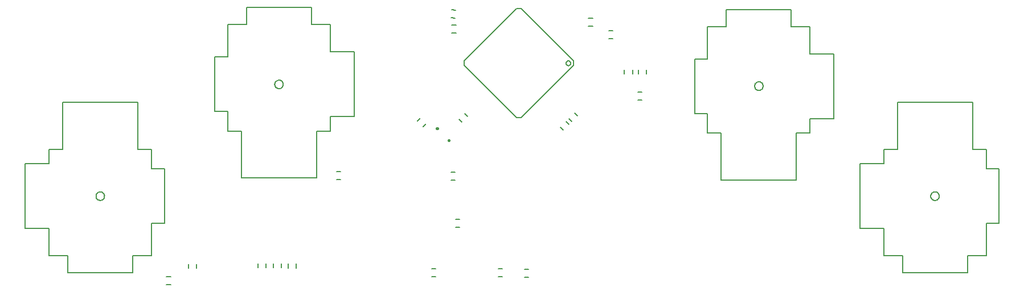
<source format=gto>
G75*
G70*
%OFA0B0*%
%FSLAX24Y24*%
%IPPOS*%
%LPD*%
%AMOC8*
5,1,8,0,0,1.08239X$1,22.5*
%
%ADD10C,0.0060*%
%ADD11C,0.0160*%
%ADD12C,0.0080*%
%ADD13C,0.0050*%
D10*
X014572Y008004D02*
X014809Y008004D01*
X014809Y008476D02*
X014572Y008476D01*
X015854Y008972D02*
X015854Y009208D01*
X016327Y009208D02*
X016327Y008972D01*
X019928Y008989D02*
X019928Y009225D01*
X020401Y009225D02*
X020401Y008989D01*
X020834Y008985D02*
X020834Y009221D01*
X021306Y009221D02*
X021306Y008985D01*
X021700Y008981D02*
X021700Y009217D01*
X022172Y009217D02*
X022172Y008981D01*
X030085Y008924D02*
X030321Y008924D01*
X030321Y008451D02*
X030085Y008451D01*
X033979Y008463D02*
X034215Y008463D01*
X034215Y008936D02*
X033979Y008936D01*
X035519Y008894D02*
X035755Y008894D01*
X035755Y008422D02*
X035519Y008422D01*
X031724Y011364D02*
X031488Y011364D01*
X031488Y011837D02*
X031724Y011837D01*
X031445Y014132D02*
X031209Y014132D01*
X031209Y014604D02*
X031445Y014604D01*
X029589Y017253D02*
X029756Y017420D01*
X029422Y017754D02*
X029255Y017587D01*
X031675Y017701D02*
X031842Y017534D01*
X032176Y017868D02*
X032009Y018035D01*
X037639Y017247D02*
X037806Y017080D01*
X038140Y017414D02*
X037973Y017581D01*
X038126Y017729D02*
X038293Y017562D01*
X038627Y017896D02*
X038460Y018064D01*
X042158Y018839D02*
X042394Y018839D01*
X042394Y019311D02*
X042158Y019311D01*
X042180Y020378D02*
X042180Y020614D01*
X041846Y020611D02*
X041846Y020375D01*
X041373Y020375D02*
X041373Y020611D01*
X042653Y020614D02*
X042653Y020378D01*
X040699Y022433D02*
X040463Y022433D01*
X040463Y022905D02*
X040699Y022905D01*
X039509Y023154D02*
X039272Y023154D01*
X039272Y023626D02*
X039509Y023626D01*
X031509Y023226D02*
X031272Y023226D01*
X031207Y023654D02*
X031442Y023634D01*
X031483Y024104D02*
X031248Y024125D01*
X031272Y022754D02*
X031509Y022754D01*
X024764Y014647D02*
X024528Y014647D01*
X024528Y014174D02*
X024764Y014174D01*
D11*
X030393Y017173D02*
X030410Y017156D01*
X031084Y016482D02*
X031101Y016465D01*
D12*
X025552Y017852D02*
X025552Y021652D01*
X024152Y021652D01*
X024152Y023252D01*
X023052Y023252D01*
X023052Y024252D01*
X019252Y024252D01*
X019252Y023252D01*
X018152Y023252D01*
X018152Y021352D01*
X017402Y021352D01*
X017402Y018152D01*
X018152Y018152D01*
X018152Y017002D01*
X018952Y017002D01*
X018952Y014252D01*
X023352Y014252D01*
X023352Y017002D01*
X024152Y017002D01*
X024152Y017852D01*
X025552Y017852D01*
X020902Y019752D02*
X020904Y019783D01*
X020910Y019814D01*
X020920Y019844D01*
X020933Y019872D01*
X020950Y019899D01*
X020970Y019923D01*
X020993Y019945D01*
X021018Y019963D01*
X021046Y019978D01*
X021075Y019990D01*
X021105Y019998D01*
X021136Y020002D01*
X021168Y020002D01*
X021199Y019998D01*
X021229Y019990D01*
X021258Y019978D01*
X021286Y019963D01*
X021311Y019945D01*
X021334Y019923D01*
X021354Y019899D01*
X021371Y019872D01*
X021384Y019844D01*
X021394Y019814D01*
X021400Y019783D01*
X021402Y019752D01*
X021400Y019721D01*
X021394Y019690D01*
X021384Y019660D01*
X021371Y019632D01*
X021354Y019605D01*
X021334Y019581D01*
X021311Y019559D01*
X021286Y019541D01*
X021258Y019526D01*
X021229Y019514D01*
X021199Y019506D01*
X021168Y019502D01*
X021136Y019502D01*
X021105Y019506D01*
X021075Y019514D01*
X021046Y019526D01*
X021018Y019541D01*
X020993Y019559D01*
X020970Y019581D01*
X020950Y019605D01*
X020933Y019632D01*
X020920Y019660D01*
X020910Y019690D01*
X020904Y019721D01*
X020902Y019752D01*
X013691Y015940D02*
X012891Y015940D01*
X012891Y018690D01*
X008491Y018690D01*
X008491Y015940D01*
X007691Y015940D01*
X007691Y015090D01*
X006291Y015090D01*
X006291Y011290D01*
X007691Y011290D01*
X007691Y009690D01*
X008791Y009690D01*
X008791Y008690D01*
X012591Y008690D01*
X012591Y009690D01*
X013691Y009690D01*
X013691Y011590D01*
X014441Y011590D01*
X014441Y014790D01*
X013691Y014790D01*
X013691Y015940D01*
X010441Y013190D02*
X010443Y013221D01*
X010449Y013252D01*
X010459Y013282D01*
X010472Y013310D01*
X010489Y013337D01*
X010509Y013361D01*
X010532Y013383D01*
X010557Y013401D01*
X010585Y013416D01*
X010614Y013428D01*
X010644Y013436D01*
X010675Y013440D01*
X010707Y013440D01*
X010738Y013436D01*
X010768Y013428D01*
X010797Y013416D01*
X010825Y013401D01*
X010850Y013383D01*
X010873Y013361D01*
X010893Y013337D01*
X010910Y013310D01*
X010923Y013282D01*
X010933Y013252D01*
X010939Y013221D01*
X010941Y013190D01*
X010939Y013159D01*
X010933Y013128D01*
X010923Y013098D01*
X010910Y013070D01*
X010893Y013043D01*
X010873Y013019D01*
X010850Y012997D01*
X010825Y012979D01*
X010797Y012964D01*
X010768Y012952D01*
X010738Y012944D01*
X010707Y012940D01*
X010675Y012940D01*
X010644Y012944D01*
X010614Y012952D01*
X010585Y012964D01*
X010557Y012979D01*
X010532Y012997D01*
X010509Y013019D01*
X010489Y013043D01*
X010472Y013070D01*
X010459Y013098D01*
X010449Y013128D01*
X010443Y013159D01*
X010441Y013190D01*
X045489Y018049D02*
X046239Y018049D01*
X046239Y016899D01*
X047039Y016899D01*
X047039Y014149D01*
X051439Y014149D01*
X051439Y016899D01*
X052239Y016899D01*
X052239Y017749D01*
X053639Y017749D01*
X053639Y021549D01*
X052239Y021549D01*
X052239Y023149D01*
X051139Y023149D01*
X051139Y024149D01*
X047339Y024149D01*
X047339Y023149D01*
X046239Y023149D01*
X046239Y021249D01*
X045489Y021249D01*
X045489Y018049D01*
X048989Y019649D02*
X048991Y019680D01*
X048997Y019711D01*
X049007Y019741D01*
X049020Y019769D01*
X049037Y019796D01*
X049057Y019820D01*
X049080Y019842D01*
X049105Y019860D01*
X049133Y019875D01*
X049162Y019887D01*
X049192Y019895D01*
X049223Y019899D01*
X049255Y019899D01*
X049286Y019895D01*
X049316Y019887D01*
X049345Y019875D01*
X049373Y019860D01*
X049398Y019842D01*
X049421Y019820D01*
X049441Y019796D01*
X049458Y019769D01*
X049471Y019741D01*
X049481Y019711D01*
X049487Y019680D01*
X049489Y019649D01*
X049487Y019618D01*
X049481Y019587D01*
X049471Y019557D01*
X049458Y019529D01*
X049441Y019502D01*
X049421Y019478D01*
X049398Y019456D01*
X049373Y019438D01*
X049345Y019423D01*
X049316Y019411D01*
X049286Y019403D01*
X049255Y019399D01*
X049223Y019399D01*
X049192Y019403D01*
X049162Y019411D01*
X049133Y019423D01*
X049105Y019438D01*
X049080Y019456D01*
X049057Y019478D01*
X049037Y019502D01*
X049020Y019529D01*
X049007Y019557D01*
X048997Y019587D01*
X048991Y019618D01*
X048989Y019649D01*
X056545Y015940D02*
X056545Y015090D01*
X055145Y015090D01*
X055145Y011290D01*
X056545Y011290D01*
X056545Y009690D01*
X057645Y009690D01*
X057645Y008690D01*
X061445Y008690D01*
X061445Y009690D01*
X062545Y009690D01*
X062545Y011590D01*
X063295Y011590D01*
X063295Y014790D01*
X062545Y014790D01*
X062545Y015940D01*
X061745Y015940D01*
X061745Y018690D01*
X057345Y018690D01*
X057345Y015940D01*
X056545Y015940D01*
X059295Y013190D02*
X059297Y013221D01*
X059303Y013252D01*
X059313Y013282D01*
X059326Y013310D01*
X059343Y013337D01*
X059363Y013361D01*
X059386Y013383D01*
X059411Y013401D01*
X059439Y013416D01*
X059468Y013428D01*
X059498Y013436D01*
X059529Y013440D01*
X059561Y013440D01*
X059592Y013436D01*
X059622Y013428D01*
X059651Y013416D01*
X059679Y013401D01*
X059704Y013383D01*
X059727Y013361D01*
X059747Y013337D01*
X059764Y013310D01*
X059777Y013282D01*
X059787Y013252D01*
X059793Y013221D01*
X059795Y013190D01*
X059793Y013159D01*
X059787Y013128D01*
X059777Y013098D01*
X059764Y013070D01*
X059747Y013043D01*
X059727Y013019D01*
X059704Y012997D01*
X059679Y012979D01*
X059651Y012964D01*
X059622Y012952D01*
X059592Y012944D01*
X059561Y012940D01*
X059529Y012940D01*
X059498Y012944D01*
X059468Y012952D01*
X059439Y012964D01*
X059411Y012979D01*
X059386Y012997D01*
X059363Y013019D01*
X059343Y013043D01*
X059326Y013070D01*
X059313Y013098D01*
X059303Y013128D01*
X059297Y013159D01*
X059295Y013190D01*
D13*
X038392Y020851D02*
X035330Y017789D01*
X035051Y017789D01*
X031989Y020851D01*
X031989Y021129D01*
X035051Y024192D01*
X035330Y024192D01*
X038392Y021129D01*
X038392Y020851D01*
X037944Y020990D02*
X037946Y021013D01*
X037952Y021036D01*
X037961Y021058D01*
X037974Y021077D01*
X037990Y021094D01*
X038008Y021109D01*
X038029Y021120D01*
X038051Y021128D01*
X038074Y021132D01*
X038098Y021132D01*
X038121Y021128D01*
X038143Y021120D01*
X038164Y021109D01*
X038182Y021094D01*
X038198Y021077D01*
X038211Y021058D01*
X038220Y021036D01*
X038226Y021013D01*
X038228Y020990D01*
X038226Y020967D01*
X038220Y020944D01*
X038211Y020922D01*
X038198Y020903D01*
X038182Y020886D01*
X038164Y020871D01*
X038143Y020860D01*
X038121Y020852D01*
X038098Y020848D01*
X038074Y020848D01*
X038051Y020852D01*
X038029Y020860D01*
X038008Y020871D01*
X037990Y020886D01*
X037974Y020903D01*
X037961Y020922D01*
X037952Y020944D01*
X037946Y020967D01*
X037944Y020990D01*
M02*

</source>
